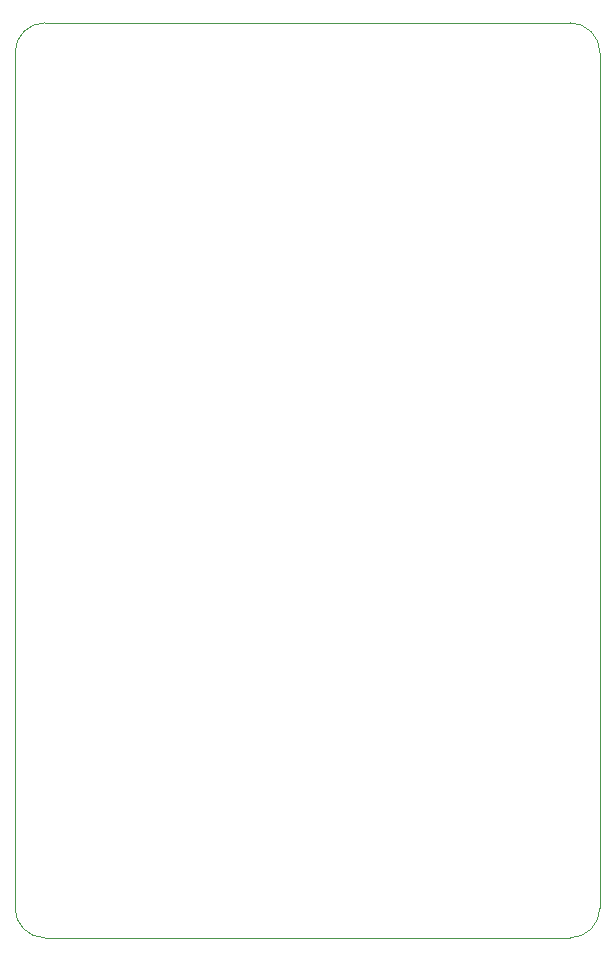
<source format=gm1>
%TF.GenerationSoftware,KiCad,Pcbnew,(6.0.2)*%
%TF.CreationDate,2022-04-01T16:02:15+02:00*%
%TF.ProjectId,rotarykeyboard,726f7461-7279-46b6-9579-626f6172642e,rev?*%
%TF.SameCoordinates,Original*%
%TF.FileFunction,Profile,NP*%
%FSLAX46Y46*%
G04 Gerber Fmt 4.6, Leading zero omitted, Abs format (unit mm)*
G04 Created by KiCad (PCBNEW (6.0.2)) date 2022-04-01 16:02:15*
%MOMM*%
%LPD*%
G01*
G04 APERTURE LIST*
%TA.AperFunction,Profile*%
%ADD10C,0.050000*%
%TD*%
G04 APERTURE END LIST*
D10*
X59690000Y-113030000D02*
G75*
G03*
X62230000Y-115570000I2540001J1D01*
G01*
X106680000Y-115570000D02*
G75*
G03*
X109220000Y-113030000I-1J2540001D01*
G01*
X59690000Y-113030000D02*
X59690000Y-40640000D01*
X106680000Y-115570000D02*
X62230000Y-115570000D01*
X109220000Y-40640000D02*
G75*
G03*
X106680000Y-38100000I-2540001J-1D01*
G01*
X109220000Y-40640000D02*
X109220000Y-113030000D01*
X62230000Y-38100000D02*
G75*
G03*
X59690000Y-40640000I1J-2540001D01*
G01*
X62230000Y-38100000D02*
X106680000Y-38100000D01*
M02*

</source>
